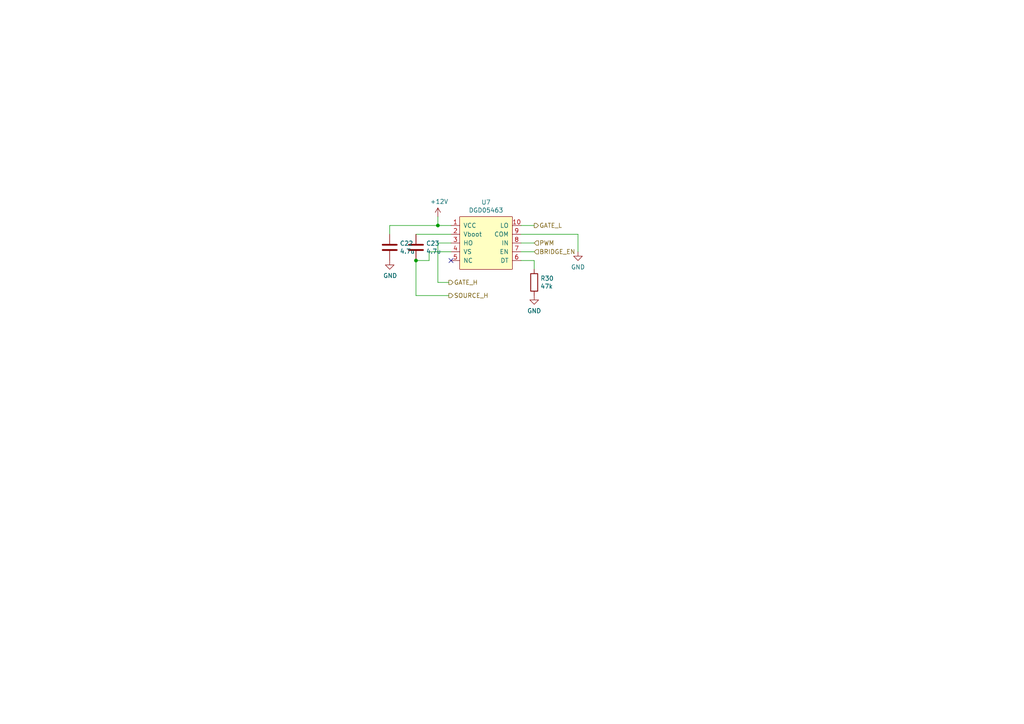
<source format=kicad_sch>
(kicad_sch (version 20211123) (generator eeschema)
  (paper "A4")
  (lib_symbols
    (symbol "Device:C" (pin_numbers hide) (pin_names (offset 0.254))
      (property "Reference" "C" (at 0.635 2.54 0))
      (property "Value" "C" (at 0.635 -2.54 0))
      (symbol "C_0_1"
        (polyline (pts (xy -2.032 -0.762) (xy 2.032 -0.762)) (stroke (width 0.508)))
        (polyline (pts (xy -2.032 0.762) (xy 2.032 0.762)) (stroke (width 0.508)))
      )
      (symbol "C_1_1"
        (pin passive line (at 0 3.81 270) (length 2.794) (name "~") (number "1"))
        (pin passive line (at 0 -3.81 90) (length 2.794) (name "~") (number "2"))
      )
    )
    (symbol "Device:R" (pin_numbers hide) (pin_names (offset 0))
      (property "Reference" "R" (at 2.032 0 90))
      (property "Value" "R" (at 0 0 90))
      (symbol "R_0_1"
        (rectangle (start -1.016 -2.54) (end 1.016 2.54) (stroke (width 0.254)))
      )
      (symbol "R_1_1"
        (pin passive line (at 0 3.81 270) (length 1.27) (name "~") (number "1"))
        (pin passive line (at 0 -3.81 90) (length 1.27) (name "~") (number "2"))
      )
    )
    (symbol "Robocon_Gate_Driver:DGD0506A" (pin_names (offset 1.016))
      (property "Reference" "U" (at 0 0 0))
      (property "Value" "DGD0506A" (at 0 0 0))
      (symbol "DGD0506A_0_1"
        (rectangle (start -7.62 -2.54) (end -7.62 -2.54))
        (rectangle (start -7.62 -1.27) (end 7.62 -16.51) (fill (type background)))
      )
      (symbol "DGD0506A_1_1"
        (pin power_in line (at -10.16 -3.81 0) (length 2.54) (name "VCC") (number "1"))
        (pin power_out line (at 10.16 -3.81 180) (length 2.54) (name "LO") (number "10"))
        (pin power_out line (at -10.16 -6.35 0) (length 2.54) (name "Vboot") (number "2"))
        (pin power_out line (at -10.16 -8.89 0) (length 2.54) (name "HO") (number "3"))
        (pin input line (at -10.16 -11.43 0) (length 2.54) (name "VS") (number "4"))
        (pin input line (at -10.16 -13.97 0) (length 2.54) (name "NC") (number "5"))
        (pin input line (at 10.16 -13.97 180) (length 2.54) (name "DT") (number "6"))
        (pin input line (at 10.16 -11.43 180) (length 2.54) (name "EN") (number "7"))
        (pin input line (at 10.16 -8.89 180) (length 2.54) (name "IN") (number "8"))
        (pin power_in line (at 10.16 -6.35 180) (length 2.54) (name "COM") (number "9"))
      )
    )
    (symbol "power:+12V" (power) (pin_names (offset 0))
      (property "Value" "+12V" (at 0 3.556 0))
      (symbol "+12V_0_1"
        (polyline (pts (xy -0.762 1.27) (xy 0 2.54)))
        (polyline (pts (xy 0 0) (xy 0 2.54)))
        (polyline (pts (xy 0 2.54) (xy 0.762 1.27)))
      )
      (symbol "+12V_1_1"
        (pin power_in line (at 0 0 90) (length 0) hide (name "+12V") (number "1"))
      )
    )
    (symbol "power:GND" (power) (pin_names (offset 0))
      (property "Value" "GND" (at 0 -3.81 0))
      (symbol "GND_0_1"
        (polyline (pts (xy 0 0) (xy 0 -1.27) (xy 1.27 -1.27) (xy 0 -2.54) (xy -1.27 -1.27) (xy 0 -1.27)))
      )
      (symbol "GND_1_1"
        (pin power_in line (at 0 0 270) (length 0) hide (name "GND") (number "1"))
      )
    )
  )
  (junction (at 127 65.405))
  (junction (at 120.65 75.565))
  (no_connect (at 130.81 75.565))
  (wire (pts (xy 130.81 65.405) (xy 127 65.405)))
  (wire (pts (xy 113.03 67.945) (xy 113.03 65.405)))
  (wire (pts (xy 167.64 67.945) (xy 167.64 73.025)))
  (wire (pts (xy 130.81 70.485) (xy 127 70.485)))
  (wire (pts (xy 130.81 67.945) (xy 120.65 67.945)))
  (wire (pts (xy 124.46 73.025) (xy 124.46 75.565)))
  (wire (pts (xy 120.65 75.565) (xy 120.65 85.725)))
  (wire (pts (xy 127 65.405) (xy 127 62.865)))
  (wire (pts (xy 151.13 65.405) (xy 154.94 65.405)))
  (wire (pts (xy 127 81.915) (xy 130.175 81.915)))
  (wire (pts (xy 151.13 70.485) (xy 154.94 70.485)))
  (wire (pts (xy 127 70.485) (xy 127 81.915)))
  (wire (pts (xy 124.46 75.565) (xy 120.65 75.565)))
  (wire (pts (xy 130.81 73.025) (xy 124.46 73.025)))
  (wire (pts (xy 151.13 75.565) (xy 154.94 75.565)))
  (wire (pts (xy 113.03 65.405) (xy 127 65.405)))
  (wire (pts (xy 151.13 73.025) (xy 154.94 73.025)))
  (wire (pts (xy 154.94 75.565) (xy 154.94 78.105)))
  (wire (pts (xy 120.65 85.725) (xy 130.175 85.725)))
  (wire (pts (xy 151.13 67.945) (xy 167.64 67.945)))
  (hierarchical_label "GATE_H" (shape output) (at 130.175 81.915 0))
  (hierarchical_label "PWM" (shape input) (at 154.94 70.485 0))
  (hierarchical_label "SOURCE_H" (shape output) (at 130.175 85.725 0))
  (hierarchical_label "BRIDGE_EN" (shape input) (at 154.94 73.025 0))
  (hierarchical_label "GATE_L" (shape output) (at 154.94 65.405 0))
  (symbol (lib_id "power:GND") (at 167.64 73.025 0)
    (property "Reference" "#PWR064" (effects hide))
    (property "Value" "GND" (at 167.64 77.47 0))
  )
  (symbol (lib_id "Device:C") (at 113.03 71.755 0)
    (property "Reference" "C22" (at 115.951 70.5866 0) (effects (justify left)))
    (property "Value" "4.7u" (at 115.951 72.898 0) (effects (justify left)))
    (property "Footprint" "Capacitor_SMD:C_0805_2012Metric_Pad1.18x1.45mm_HandSolder" (effects hide))
  )
  (symbol (lib_id "power:GND") (at 154.94 85.725 0)
    (property "Reference" "#PWR063" (effects hide))
    (property "Value" "GND" (at 154.94 90.17 0))
  )
  (symbol (lib_id "Device:R") (at 154.94 81.915 0)
    (property "Reference" "R30" (at 156.718 80.7466 0) (effects (justify left)))
    (property "Value" "47k" (at 156.718 83.058 0) (effects (justify left)))
    (property "Footprint" "Resistor_SMD:R_0603_1608Metric_Pad0.98x0.95mm_HandSolder" (effects hide))
  )
  (symbol (lib_id "power:+12V") (at 127 62.865 0)
    (property "Reference" "#PWR062" (effects hide))
    (property "Value" "+12V" (at 127.381 58.4708 0))
  )
  (symbol (lib_id "power:GND") (at 113.03 75.565 0)
    (property "Reference" "#PWR061" (effects hide))
    (property "Value" "GND" (at 113.157 79.9592 0))
  )
  (symbol (lib_id "Device:C") (at 120.65 71.755 0)
    (property "Reference" "C23" (at 123.571 70.5866 0) (effects (justify left)))
    (property "Value" "4.7u" (at 123.571 72.898 0) (effects (justify left)))
    (property "Footprint" "Capacitor_SMD:C_0805_2012Metric_Pad1.18x1.45mm_HandSolder" (effects hide))
  )
  (symbol (lib_id "Robocon_Gate_Driver:DGD0506A") (at 140.97 61.595 0)
    (property "Reference" "U7" (at 140.97 58.674 0))
    (property "Value" "DGD05463" (at 140.97 60.9854 0))
    (property "Footprint" "Package_DFN_QFN:DFN-10-1EP_3x3mm_P0.5mm_EP1.55x2.48mm" (effects hide))
  )
)
</source>
